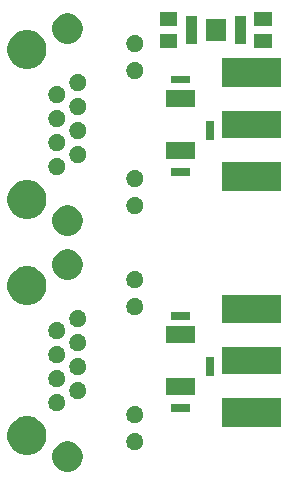
<source format=gts>
G04 #@! TF.GenerationSoftware,KiCad,Pcbnew,6.0.0-rc1-unknown-106eaaa~84~ubuntu18.04.1*
G04 #@! TF.CreationDate,2018-12-01T20:38:30+00:00*
G04 #@! TF.ProjectId,interposer,696e7465-7270-46f7-9365-722e6b696361,rev?*
G04 #@! TF.SameCoordinates,Original*
G04 #@! TF.FileFunction,Soldermask,Top*
G04 #@! TF.FilePolarity,Negative*
%FSLAX46Y46*%
G04 Gerber Fmt 4.6, Leading zero omitted, Abs format (unit mm)*
G04 Created by KiCad (PCBNEW 6.0.0-rc1-unknown-106eaaa~84~ubuntu18.04.1) date Sat 01 Dec 2018 20:38:30 GMT*
%MOMM*%
%LPD*%
G01*
G04 APERTURE LIST*
%ADD10C,0.100000*%
G04 APERTURE END LIST*
D10*
G36*
X103805277Y-126887573D02*
X104040045Y-126984817D01*
X104251330Y-127125993D01*
X104431007Y-127305670D01*
X104572183Y-127516955D01*
X104669427Y-127751723D01*
X104719000Y-128000945D01*
X104719000Y-128255055D01*
X104669427Y-128504277D01*
X104572183Y-128739045D01*
X104431007Y-128950330D01*
X104251330Y-129130007D01*
X104040045Y-129271183D01*
X103805277Y-129368427D01*
X103556055Y-129418000D01*
X103301945Y-129418000D01*
X103052723Y-129368427D01*
X102817955Y-129271183D01*
X102606670Y-129130007D01*
X102426993Y-128950330D01*
X102285817Y-128739045D01*
X102188573Y-128504277D01*
X102139000Y-128255055D01*
X102139000Y-128000945D01*
X102188573Y-127751723D01*
X102285817Y-127516955D01*
X102426993Y-127305670D01*
X102606670Y-127125993D01*
X102817955Y-126984817D01*
X103052723Y-126887573D01*
X103301945Y-126838000D01*
X103556055Y-126838000D01*
X103805277Y-126887573D01*
X103805277Y-126887573D01*
G37*
G36*
X100480001Y-124767639D02*
X100480003Y-124767640D01*
X100480004Y-124767640D01*
X100590631Y-124813463D01*
X100779485Y-124891689D01*
X101049012Y-125071781D01*
X101278219Y-125300988D01*
X101458311Y-125570515D01*
X101582361Y-125869999D01*
X101645600Y-126187921D01*
X101645600Y-126512079D01*
X101582361Y-126830001D01*
X101458311Y-127129485D01*
X101278219Y-127399012D01*
X101049012Y-127628219D01*
X100779485Y-127808311D01*
X100590631Y-127886537D01*
X100480004Y-127932360D01*
X100480003Y-127932360D01*
X100480001Y-127932361D01*
X100162079Y-127995600D01*
X99837921Y-127995600D01*
X99519999Y-127932361D01*
X99519997Y-127932360D01*
X99519996Y-127932360D01*
X99409369Y-127886537D01*
X99220515Y-127808311D01*
X98950988Y-127628219D01*
X98721781Y-127399012D01*
X98541689Y-127129485D01*
X98417639Y-126830001D01*
X98354400Y-126512079D01*
X98354400Y-126187921D01*
X98417639Y-125869999D01*
X98541689Y-125570515D01*
X98721781Y-125300988D01*
X98950988Y-125071781D01*
X99220515Y-124891689D01*
X99409369Y-124813463D01*
X99519996Y-124767640D01*
X99519997Y-124767640D01*
X99519999Y-124767639D01*
X99837921Y-124704400D01*
X100162079Y-124704400D01*
X100480001Y-124767639D01*
X100480001Y-124767639D01*
G37*
G36*
X109354015Y-126165668D02*
X109485049Y-126219944D01*
X109602975Y-126298740D01*
X109703260Y-126399025D01*
X109782056Y-126516951D01*
X109836332Y-126647985D01*
X109864000Y-126787085D01*
X109864000Y-126928915D01*
X109836332Y-127068015D01*
X109782056Y-127199049D01*
X109703260Y-127316975D01*
X109602975Y-127417260D01*
X109485049Y-127496056D01*
X109354015Y-127550332D01*
X109214915Y-127578000D01*
X109073085Y-127578000D01*
X108933985Y-127550332D01*
X108802951Y-127496056D01*
X108685025Y-127417260D01*
X108584740Y-127316975D01*
X108505944Y-127199049D01*
X108451668Y-127068015D01*
X108424000Y-126928915D01*
X108424000Y-126787085D01*
X108451668Y-126647985D01*
X108505944Y-126516951D01*
X108584740Y-126399025D01*
X108685025Y-126298740D01*
X108802951Y-126219944D01*
X108933985Y-126165668D01*
X109073085Y-126138000D01*
X109214915Y-126138000D01*
X109354015Y-126165668D01*
X109354015Y-126165668D01*
G37*
G36*
X121520000Y-125595000D02*
X116480000Y-125595000D01*
X116480000Y-123155000D01*
X121520000Y-123155000D01*
X121520000Y-125595000D01*
X121520000Y-125595000D01*
G37*
G36*
X109354015Y-123879668D02*
X109485049Y-123933944D01*
X109602975Y-124012740D01*
X109703260Y-124113025D01*
X109782056Y-124230951D01*
X109836332Y-124361985D01*
X109864000Y-124501085D01*
X109864000Y-124642915D01*
X109836332Y-124782015D01*
X109782056Y-124913049D01*
X109703260Y-125030975D01*
X109602975Y-125131260D01*
X109485049Y-125210056D01*
X109354015Y-125264332D01*
X109214915Y-125292000D01*
X109073085Y-125292000D01*
X108933985Y-125264332D01*
X108802951Y-125210056D01*
X108685025Y-125131260D01*
X108584740Y-125030975D01*
X108505944Y-124913049D01*
X108451668Y-124782015D01*
X108424000Y-124642915D01*
X108424000Y-124501085D01*
X108451668Y-124361985D01*
X108505944Y-124230951D01*
X108584740Y-124113025D01*
X108685025Y-124012740D01*
X108802951Y-123933944D01*
X108933985Y-123879668D01*
X109073085Y-123852000D01*
X109214915Y-123852000D01*
X109354015Y-123879668D01*
X109354015Y-123879668D01*
G37*
G36*
X113780000Y-124330000D02*
X112220000Y-124330000D01*
X112220000Y-123670000D01*
X113780000Y-123670000D01*
X113780000Y-124330000D01*
X113780000Y-124330000D01*
G37*
G36*
X102750015Y-122863668D02*
X102881049Y-122917944D01*
X102998975Y-122996740D01*
X103099260Y-123097025D01*
X103178056Y-123214951D01*
X103232332Y-123345985D01*
X103260000Y-123485085D01*
X103260000Y-123626915D01*
X103232332Y-123766015D01*
X103178056Y-123897049D01*
X103099260Y-124014975D01*
X102998975Y-124115260D01*
X102881049Y-124194056D01*
X102750015Y-124248332D01*
X102610915Y-124276000D01*
X102469085Y-124276000D01*
X102329985Y-124248332D01*
X102198951Y-124194056D01*
X102081025Y-124115260D01*
X101980740Y-124014975D01*
X101901944Y-123897049D01*
X101847668Y-123766015D01*
X101820000Y-123626915D01*
X101820000Y-123485085D01*
X101847668Y-123345985D01*
X101901944Y-123214951D01*
X101980740Y-123097025D01*
X102081025Y-122996740D01*
X102198951Y-122917944D01*
X102329985Y-122863668D01*
X102469085Y-122836000D01*
X102610915Y-122836000D01*
X102750015Y-122863668D01*
X102750015Y-122863668D01*
G37*
G36*
X104528015Y-121847668D02*
X104659049Y-121901944D01*
X104776975Y-121980740D01*
X104877260Y-122081025D01*
X104956056Y-122198951D01*
X105010332Y-122329985D01*
X105038000Y-122469085D01*
X105038000Y-122610915D01*
X105010332Y-122750015D01*
X104956056Y-122881049D01*
X104877260Y-122998975D01*
X104776975Y-123099260D01*
X104659049Y-123178056D01*
X104528015Y-123232332D01*
X104388915Y-123260000D01*
X104247085Y-123260000D01*
X104107985Y-123232332D01*
X103976951Y-123178056D01*
X103859025Y-123099260D01*
X103758740Y-122998975D01*
X103679944Y-122881049D01*
X103625668Y-122750015D01*
X103598000Y-122610915D01*
X103598000Y-122469085D01*
X103625668Y-122329985D01*
X103679944Y-122198951D01*
X103758740Y-122081025D01*
X103859025Y-121980740D01*
X103976951Y-121901944D01*
X104107985Y-121847668D01*
X104247085Y-121820000D01*
X104388915Y-121820000D01*
X104528015Y-121847668D01*
X104528015Y-121847668D01*
G37*
G36*
X114220000Y-122945000D02*
X111780000Y-122945000D01*
X111780000Y-121455000D01*
X114220000Y-121455000D01*
X114220000Y-122945000D01*
X114220000Y-122945000D01*
G37*
G36*
X102750015Y-120831668D02*
X102881049Y-120885944D01*
X102998975Y-120964740D01*
X103099260Y-121065025D01*
X103178056Y-121182951D01*
X103232332Y-121313985D01*
X103260000Y-121453085D01*
X103260000Y-121594915D01*
X103232332Y-121734015D01*
X103178056Y-121865049D01*
X103099260Y-121982975D01*
X102998975Y-122083260D01*
X102881049Y-122162056D01*
X102750015Y-122216332D01*
X102610915Y-122244000D01*
X102469085Y-122244000D01*
X102329985Y-122216332D01*
X102198951Y-122162056D01*
X102081025Y-122083260D01*
X101980740Y-121982975D01*
X101901944Y-121865049D01*
X101847668Y-121734015D01*
X101820000Y-121594915D01*
X101820000Y-121453085D01*
X101847668Y-121313985D01*
X101901944Y-121182951D01*
X101980740Y-121065025D01*
X102081025Y-120964740D01*
X102198951Y-120885944D01*
X102329985Y-120831668D01*
X102469085Y-120804000D01*
X102610915Y-120804000D01*
X102750015Y-120831668D01*
X102750015Y-120831668D01*
G37*
G36*
X115830000Y-121280000D02*
X115170000Y-121280000D01*
X115170000Y-119720000D01*
X115830000Y-119720000D01*
X115830000Y-121280000D01*
X115830000Y-121280000D01*
G37*
G36*
X104528015Y-119815668D02*
X104659049Y-119869944D01*
X104776975Y-119948740D01*
X104877260Y-120049025D01*
X104956056Y-120166951D01*
X105010332Y-120297985D01*
X105038000Y-120437085D01*
X105038000Y-120578915D01*
X105010332Y-120718015D01*
X104956056Y-120849049D01*
X104877260Y-120966975D01*
X104776975Y-121067260D01*
X104659049Y-121146056D01*
X104528015Y-121200332D01*
X104388915Y-121228000D01*
X104247085Y-121228000D01*
X104107985Y-121200332D01*
X103976951Y-121146056D01*
X103859025Y-121067260D01*
X103758740Y-120966975D01*
X103679944Y-120849049D01*
X103625668Y-120718015D01*
X103598000Y-120578915D01*
X103598000Y-120437085D01*
X103625668Y-120297985D01*
X103679944Y-120166951D01*
X103758740Y-120049025D01*
X103859025Y-119948740D01*
X103976951Y-119869944D01*
X104107985Y-119815668D01*
X104247085Y-119788000D01*
X104388915Y-119788000D01*
X104528015Y-119815668D01*
X104528015Y-119815668D01*
G37*
G36*
X121520000Y-121170000D02*
X116480000Y-121170000D01*
X116480000Y-118830000D01*
X121520000Y-118830000D01*
X121520000Y-121170000D01*
X121520000Y-121170000D01*
G37*
G36*
X102750015Y-118799668D02*
X102881049Y-118853944D01*
X102998975Y-118932740D01*
X103099260Y-119033025D01*
X103178056Y-119150951D01*
X103232332Y-119281985D01*
X103260000Y-119421085D01*
X103260000Y-119562915D01*
X103232332Y-119702015D01*
X103178056Y-119833049D01*
X103099260Y-119950975D01*
X102998975Y-120051260D01*
X102881049Y-120130056D01*
X102750015Y-120184332D01*
X102610915Y-120212000D01*
X102469085Y-120212000D01*
X102329985Y-120184332D01*
X102198951Y-120130056D01*
X102081025Y-120051260D01*
X101980740Y-119950975D01*
X101901944Y-119833049D01*
X101847668Y-119702015D01*
X101820000Y-119562915D01*
X101820000Y-119421085D01*
X101847668Y-119281985D01*
X101901944Y-119150951D01*
X101980740Y-119033025D01*
X102081025Y-118932740D01*
X102198951Y-118853944D01*
X102329985Y-118799668D01*
X102469085Y-118772000D01*
X102610915Y-118772000D01*
X102750015Y-118799668D01*
X102750015Y-118799668D01*
G37*
G36*
X104528015Y-117783668D02*
X104659049Y-117837944D01*
X104776975Y-117916740D01*
X104877260Y-118017025D01*
X104956056Y-118134951D01*
X105010332Y-118265985D01*
X105038000Y-118405085D01*
X105038000Y-118546915D01*
X105010332Y-118686015D01*
X104956056Y-118817049D01*
X104877260Y-118934975D01*
X104776975Y-119035260D01*
X104659049Y-119114056D01*
X104528015Y-119168332D01*
X104388915Y-119196000D01*
X104247085Y-119196000D01*
X104107985Y-119168332D01*
X103976951Y-119114056D01*
X103859025Y-119035260D01*
X103758740Y-118934975D01*
X103679944Y-118817049D01*
X103625668Y-118686015D01*
X103598000Y-118546915D01*
X103598000Y-118405085D01*
X103625668Y-118265985D01*
X103679944Y-118134951D01*
X103758740Y-118017025D01*
X103859025Y-117916740D01*
X103976951Y-117837944D01*
X104107985Y-117783668D01*
X104247085Y-117756000D01*
X104388915Y-117756000D01*
X104528015Y-117783668D01*
X104528015Y-117783668D01*
G37*
G36*
X114220000Y-118545000D02*
X111780000Y-118545000D01*
X111780000Y-117055000D01*
X114220000Y-117055000D01*
X114220000Y-118545000D01*
X114220000Y-118545000D01*
G37*
G36*
X102750015Y-116767668D02*
X102881049Y-116821944D01*
X102998975Y-116900740D01*
X103099260Y-117001025D01*
X103178056Y-117118951D01*
X103232332Y-117249985D01*
X103260000Y-117389085D01*
X103260000Y-117530915D01*
X103232332Y-117670015D01*
X103178056Y-117801049D01*
X103099260Y-117918975D01*
X102998975Y-118019260D01*
X102881049Y-118098056D01*
X102750015Y-118152332D01*
X102610915Y-118180000D01*
X102469085Y-118180000D01*
X102329985Y-118152332D01*
X102198951Y-118098056D01*
X102081025Y-118019260D01*
X101980740Y-117918975D01*
X101901944Y-117801049D01*
X101847668Y-117670015D01*
X101820000Y-117530915D01*
X101820000Y-117389085D01*
X101847668Y-117249985D01*
X101901944Y-117118951D01*
X101980740Y-117001025D01*
X102081025Y-116900740D01*
X102198951Y-116821944D01*
X102329985Y-116767668D01*
X102469085Y-116740000D01*
X102610915Y-116740000D01*
X102750015Y-116767668D01*
X102750015Y-116767668D01*
G37*
G36*
X104528015Y-115751668D02*
X104659049Y-115805944D01*
X104776975Y-115884740D01*
X104877260Y-115985025D01*
X104956056Y-116102951D01*
X105010332Y-116233985D01*
X105038000Y-116373085D01*
X105038000Y-116514915D01*
X105010332Y-116654015D01*
X104956056Y-116785049D01*
X104877260Y-116902975D01*
X104776975Y-117003260D01*
X104659049Y-117082056D01*
X104528015Y-117136332D01*
X104388915Y-117164000D01*
X104247085Y-117164000D01*
X104107985Y-117136332D01*
X103976951Y-117082056D01*
X103859025Y-117003260D01*
X103758740Y-116902975D01*
X103679944Y-116785049D01*
X103625668Y-116654015D01*
X103598000Y-116514915D01*
X103598000Y-116373085D01*
X103625668Y-116233985D01*
X103679944Y-116102951D01*
X103758740Y-115985025D01*
X103859025Y-115884740D01*
X103976951Y-115805944D01*
X104107985Y-115751668D01*
X104247085Y-115724000D01*
X104388915Y-115724000D01*
X104528015Y-115751668D01*
X104528015Y-115751668D01*
G37*
G36*
X121520000Y-116845000D02*
X116480000Y-116845000D01*
X116480000Y-114405000D01*
X121520000Y-114405000D01*
X121520000Y-116845000D01*
X121520000Y-116845000D01*
G37*
G36*
X113780000Y-116530000D02*
X112220000Y-116530000D01*
X112220000Y-115870000D01*
X113780000Y-115870000D01*
X113780000Y-116530000D01*
X113780000Y-116530000D01*
G37*
G36*
X109354015Y-114735668D02*
X109485049Y-114789944D01*
X109602975Y-114868740D01*
X109703260Y-114969025D01*
X109782056Y-115086951D01*
X109836332Y-115217985D01*
X109864000Y-115357085D01*
X109864000Y-115498915D01*
X109836332Y-115638015D01*
X109782056Y-115769049D01*
X109703260Y-115886975D01*
X109602975Y-115987260D01*
X109485049Y-116066056D01*
X109354015Y-116120332D01*
X109214915Y-116148000D01*
X109073085Y-116148000D01*
X108933985Y-116120332D01*
X108802951Y-116066056D01*
X108685025Y-115987260D01*
X108584740Y-115886975D01*
X108505944Y-115769049D01*
X108451668Y-115638015D01*
X108424000Y-115498915D01*
X108424000Y-115357085D01*
X108451668Y-115217985D01*
X108505944Y-115086951D01*
X108584740Y-114969025D01*
X108685025Y-114868740D01*
X108802951Y-114789944D01*
X108933985Y-114735668D01*
X109073085Y-114708000D01*
X109214915Y-114708000D01*
X109354015Y-114735668D01*
X109354015Y-114735668D01*
G37*
G36*
X100480001Y-112067639D02*
X100480003Y-112067640D01*
X100480004Y-112067640D01*
X100590631Y-112113463D01*
X100779485Y-112191689D01*
X101049012Y-112371781D01*
X101278219Y-112600988D01*
X101458311Y-112870515D01*
X101582361Y-113169999D01*
X101645600Y-113487921D01*
X101645600Y-113812079D01*
X101582361Y-114130001D01*
X101458311Y-114429485D01*
X101278219Y-114699012D01*
X101049012Y-114928219D01*
X100779485Y-115108311D01*
X100590631Y-115186537D01*
X100480004Y-115232360D01*
X100480003Y-115232360D01*
X100480001Y-115232361D01*
X100162079Y-115295600D01*
X99837921Y-115295600D01*
X99519999Y-115232361D01*
X99519997Y-115232360D01*
X99519996Y-115232360D01*
X99409369Y-115186537D01*
X99220515Y-115108311D01*
X98950988Y-114928219D01*
X98721781Y-114699012D01*
X98541689Y-114429485D01*
X98417639Y-114130001D01*
X98354400Y-113812079D01*
X98354400Y-113487921D01*
X98417639Y-113169999D01*
X98541689Y-112870515D01*
X98721781Y-112600988D01*
X98950988Y-112371781D01*
X99220515Y-112191689D01*
X99409369Y-112113463D01*
X99519996Y-112067640D01*
X99519997Y-112067640D01*
X99519999Y-112067639D01*
X99837921Y-112004400D01*
X100162079Y-112004400D01*
X100480001Y-112067639D01*
X100480001Y-112067639D01*
G37*
G36*
X109354015Y-112449668D02*
X109485049Y-112503944D01*
X109602975Y-112582740D01*
X109703260Y-112683025D01*
X109782056Y-112800951D01*
X109836332Y-112931985D01*
X109864000Y-113071085D01*
X109864000Y-113212915D01*
X109836332Y-113352015D01*
X109782056Y-113483049D01*
X109703260Y-113600975D01*
X109602975Y-113701260D01*
X109485049Y-113780056D01*
X109354015Y-113834332D01*
X109214915Y-113862000D01*
X109073085Y-113862000D01*
X108933985Y-113834332D01*
X108802951Y-113780056D01*
X108685025Y-113701260D01*
X108584740Y-113600975D01*
X108505944Y-113483049D01*
X108451668Y-113352015D01*
X108424000Y-113212915D01*
X108424000Y-113071085D01*
X108451668Y-112931985D01*
X108505944Y-112800951D01*
X108584740Y-112683025D01*
X108685025Y-112582740D01*
X108802951Y-112503944D01*
X108933985Y-112449668D01*
X109073085Y-112422000D01*
X109214915Y-112422000D01*
X109354015Y-112449668D01*
X109354015Y-112449668D01*
G37*
G36*
X103805277Y-110631573D02*
X104040045Y-110728817D01*
X104251330Y-110869993D01*
X104431007Y-111049670D01*
X104572183Y-111260955D01*
X104669427Y-111495723D01*
X104719000Y-111744945D01*
X104719000Y-111999055D01*
X104669427Y-112248277D01*
X104572183Y-112483045D01*
X104431007Y-112694330D01*
X104251330Y-112874007D01*
X104040045Y-113015183D01*
X103805277Y-113112427D01*
X103556055Y-113162000D01*
X103301945Y-113162000D01*
X103052723Y-113112427D01*
X102817955Y-113015183D01*
X102606670Y-112874007D01*
X102426993Y-112694330D01*
X102285817Y-112483045D01*
X102188573Y-112248277D01*
X102139000Y-111999055D01*
X102139000Y-111744945D01*
X102188573Y-111495723D01*
X102285817Y-111260955D01*
X102426993Y-111049670D01*
X102606670Y-110869993D01*
X102817955Y-110728817D01*
X103052723Y-110631573D01*
X103301945Y-110582000D01*
X103556055Y-110582000D01*
X103805277Y-110631573D01*
X103805277Y-110631573D01*
G37*
G36*
X103805277Y-106887573D02*
X104040045Y-106984817D01*
X104251330Y-107125993D01*
X104431007Y-107305670D01*
X104572183Y-107516955D01*
X104669427Y-107751723D01*
X104719000Y-108000945D01*
X104719000Y-108255055D01*
X104669427Y-108504277D01*
X104572183Y-108739045D01*
X104431007Y-108950330D01*
X104251330Y-109130007D01*
X104040045Y-109271183D01*
X103805277Y-109368427D01*
X103556055Y-109418000D01*
X103301945Y-109418000D01*
X103052723Y-109368427D01*
X102817955Y-109271183D01*
X102606670Y-109130007D01*
X102426993Y-108950330D01*
X102285817Y-108739045D01*
X102188573Y-108504277D01*
X102139000Y-108255055D01*
X102139000Y-108000945D01*
X102188573Y-107751723D01*
X102285817Y-107516955D01*
X102426993Y-107305670D01*
X102606670Y-107125993D01*
X102817955Y-106984817D01*
X103052723Y-106887573D01*
X103301945Y-106838000D01*
X103556055Y-106838000D01*
X103805277Y-106887573D01*
X103805277Y-106887573D01*
G37*
G36*
X100480001Y-104767639D02*
X100480003Y-104767640D01*
X100480004Y-104767640D01*
X100590631Y-104813463D01*
X100779485Y-104891689D01*
X101049012Y-105071781D01*
X101278219Y-105300988D01*
X101458311Y-105570515D01*
X101582361Y-105869999D01*
X101645600Y-106187921D01*
X101645600Y-106512079D01*
X101582361Y-106830001D01*
X101458311Y-107129485D01*
X101278219Y-107399012D01*
X101049012Y-107628219D01*
X100779485Y-107808311D01*
X100590631Y-107886537D01*
X100480004Y-107932360D01*
X100480003Y-107932360D01*
X100480001Y-107932361D01*
X100162079Y-107995600D01*
X99837921Y-107995600D01*
X99519999Y-107932361D01*
X99519997Y-107932360D01*
X99519996Y-107932360D01*
X99409369Y-107886537D01*
X99220515Y-107808311D01*
X98950988Y-107628219D01*
X98721781Y-107399012D01*
X98541689Y-107129485D01*
X98417639Y-106830001D01*
X98354400Y-106512079D01*
X98354400Y-106187921D01*
X98417639Y-105869999D01*
X98541689Y-105570515D01*
X98721781Y-105300988D01*
X98950988Y-105071781D01*
X99220515Y-104891689D01*
X99409369Y-104813463D01*
X99519996Y-104767640D01*
X99519997Y-104767640D01*
X99519999Y-104767639D01*
X99837921Y-104704400D01*
X100162079Y-104704400D01*
X100480001Y-104767639D01*
X100480001Y-104767639D01*
G37*
G36*
X109354015Y-106165668D02*
X109485049Y-106219944D01*
X109602975Y-106298740D01*
X109703260Y-106399025D01*
X109782056Y-106516951D01*
X109836332Y-106647985D01*
X109864000Y-106787085D01*
X109864000Y-106928915D01*
X109836332Y-107068015D01*
X109782056Y-107199049D01*
X109703260Y-107316975D01*
X109602975Y-107417260D01*
X109485049Y-107496056D01*
X109354015Y-107550332D01*
X109214915Y-107578000D01*
X109073085Y-107578000D01*
X108933985Y-107550332D01*
X108802951Y-107496056D01*
X108685025Y-107417260D01*
X108584740Y-107316975D01*
X108505944Y-107199049D01*
X108451668Y-107068015D01*
X108424000Y-106928915D01*
X108424000Y-106787085D01*
X108451668Y-106647985D01*
X108505944Y-106516951D01*
X108584740Y-106399025D01*
X108685025Y-106298740D01*
X108802951Y-106219944D01*
X108933985Y-106165668D01*
X109073085Y-106138000D01*
X109214915Y-106138000D01*
X109354015Y-106165668D01*
X109354015Y-106165668D01*
G37*
G36*
X121520000Y-105595000D02*
X116480000Y-105595000D01*
X116480000Y-103155000D01*
X121520000Y-103155000D01*
X121520000Y-105595000D01*
X121520000Y-105595000D01*
G37*
G36*
X109354015Y-103879668D02*
X109485049Y-103933944D01*
X109602975Y-104012740D01*
X109703260Y-104113025D01*
X109782056Y-104230951D01*
X109836332Y-104361985D01*
X109864000Y-104501085D01*
X109864000Y-104642915D01*
X109836332Y-104782015D01*
X109782056Y-104913049D01*
X109703260Y-105030975D01*
X109602975Y-105131260D01*
X109485049Y-105210056D01*
X109354015Y-105264332D01*
X109214915Y-105292000D01*
X109073085Y-105292000D01*
X108933985Y-105264332D01*
X108802951Y-105210056D01*
X108685025Y-105131260D01*
X108584740Y-105030975D01*
X108505944Y-104913049D01*
X108451668Y-104782015D01*
X108424000Y-104642915D01*
X108424000Y-104501085D01*
X108451668Y-104361985D01*
X108505944Y-104230951D01*
X108584740Y-104113025D01*
X108685025Y-104012740D01*
X108802951Y-103933944D01*
X108933985Y-103879668D01*
X109073085Y-103852000D01*
X109214915Y-103852000D01*
X109354015Y-103879668D01*
X109354015Y-103879668D01*
G37*
G36*
X113780000Y-104330000D02*
X112220000Y-104330000D01*
X112220000Y-103670000D01*
X113780000Y-103670000D01*
X113780000Y-104330000D01*
X113780000Y-104330000D01*
G37*
G36*
X102750015Y-102863668D02*
X102881049Y-102917944D01*
X102998975Y-102996740D01*
X103099260Y-103097025D01*
X103178056Y-103214951D01*
X103232332Y-103345985D01*
X103260000Y-103485085D01*
X103260000Y-103626915D01*
X103232332Y-103766015D01*
X103178056Y-103897049D01*
X103099260Y-104014975D01*
X102998975Y-104115260D01*
X102881049Y-104194056D01*
X102750015Y-104248332D01*
X102610915Y-104276000D01*
X102469085Y-104276000D01*
X102329985Y-104248332D01*
X102198951Y-104194056D01*
X102081025Y-104115260D01*
X101980740Y-104014975D01*
X101901944Y-103897049D01*
X101847668Y-103766015D01*
X101820000Y-103626915D01*
X101820000Y-103485085D01*
X101847668Y-103345985D01*
X101901944Y-103214951D01*
X101980740Y-103097025D01*
X102081025Y-102996740D01*
X102198951Y-102917944D01*
X102329985Y-102863668D01*
X102469085Y-102836000D01*
X102610915Y-102836000D01*
X102750015Y-102863668D01*
X102750015Y-102863668D01*
G37*
G36*
X104528015Y-101847668D02*
X104659049Y-101901944D01*
X104776975Y-101980740D01*
X104877260Y-102081025D01*
X104956056Y-102198951D01*
X105010332Y-102329985D01*
X105038000Y-102469085D01*
X105038000Y-102610915D01*
X105010332Y-102750015D01*
X104956056Y-102881049D01*
X104877260Y-102998975D01*
X104776975Y-103099260D01*
X104659049Y-103178056D01*
X104528015Y-103232332D01*
X104388915Y-103260000D01*
X104247085Y-103260000D01*
X104107985Y-103232332D01*
X103976951Y-103178056D01*
X103859025Y-103099260D01*
X103758740Y-102998975D01*
X103679944Y-102881049D01*
X103625668Y-102750015D01*
X103598000Y-102610915D01*
X103598000Y-102469085D01*
X103625668Y-102329985D01*
X103679944Y-102198951D01*
X103758740Y-102081025D01*
X103859025Y-101980740D01*
X103976951Y-101901944D01*
X104107985Y-101847668D01*
X104247085Y-101820000D01*
X104388915Y-101820000D01*
X104528015Y-101847668D01*
X104528015Y-101847668D01*
G37*
G36*
X114220000Y-102945000D02*
X111780000Y-102945000D01*
X111780000Y-101455000D01*
X114220000Y-101455000D01*
X114220000Y-102945000D01*
X114220000Y-102945000D01*
G37*
G36*
X102750015Y-100831668D02*
X102881049Y-100885944D01*
X102998975Y-100964740D01*
X103099260Y-101065025D01*
X103178056Y-101182951D01*
X103232332Y-101313985D01*
X103260000Y-101453085D01*
X103260000Y-101594915D01*
X103232332Y-101734015D01*
X103178056Y-101865049D01*
X103099260Y-101982975D01*
X102998975Y-102083260D01*
X102881049Y-102162056D01*
X102750015Y-102216332D01*
X102610915Y-102244000D01*
X102469085Y-102244000D01*
X102329985Y-102216332D01*
X102198951Y-102162056D01*
X102081025Y-102083260D01*
X101980740Y-101982975D01*
X101901944Y-101865049D01*
X101847668Y-101734015D01*
X101820000Y-101594915D01*
X101820000Y-101453085D01*
X101847668Y-101313985D01*
X101901944Y-101182951D01*
X101980740Y-101065025D01*
X102081025Y-100964740D01*
X102198951Y-100885944D01*
X102329985Y-100831668D01*
X102469085Y-100804000D01*
X102610915Y-100804000D01*
X102750015Y-100831668D01*
X102750015Y-100831668D01*
G37*
G36*
X115830000Y-101280000D02*
X115170000Y-101280000D01*
X115170000Y-99720000D01*
X115830000Y-99720000D01*
X115830000Y-101280000D01*
X115830000Y-101280000D01*
G37*
G36*
X104528015Y-99815668D02*
X104659049Y-99869944D01*
X104776975Y-99948740D01*
X104877260Y-100049025D01*
X104956056Y-100166951D01*
X105010332Y-100297985D01*
X105038000Y-100437085D01*
X105038000Y-100578915D01*
X105010332Y-100718015D01*
X104956056Y-100849049D01*
X104877260Y-100966975D01*
X104776975Y-101067260D01*
X104659049Y-101146056D01*
X104528015Y-101200332D01*
X104388915Y-101228000D01*
X104247085Y-101228000D01*
X104107985Y-101200332D01*
X103976951Y-101146056D01*
X103859025Y-101067260D01*
X103758740Y-100966975D01*
X103679944Y-100849049D01*
X103625668Y-100718015D01*
X103598000Y-100578915D01*
X103598000Y-100437085D01*
X103625668Y-100297985D01*
X103679944Y-100166951D01*
X103758740Y-100049025D01*
X103859025Y-99948740D01*
X103976951Y-99869944D01*
X104107985Y-99815668D01*
X104247085Y-99788000D01*
X104388915Y-99788000D01*
X104528015Y-99815668D01*
X104528015Y-99815668D01*
G37*
G36*
X121520000Y-101170000D02*
X116480000Y-101170000D01*
X116480000Y-98830000D01*
X121520000Y-98830000D01*
X121520000Y-101170000D01*
X121520000Y-101170000D01*
G37*
G36*
X102750015Y-98799668D02*
X102881049Y-98853944D01*
X102998975Y-98932740D01*
X103099260Y-99033025D01*
X103178056Y-99150951D01*
X103232332Y-99281985D01*
X103260000Y-99421085D01*
X103260000Y-99562915D01*
X103232332Y-99702015D01*
X103178056Y-99833049D01*
X103099260Y-99950975D01*
X102998975Y-100051260D01*
X102881049Y-100130056D01*
X102750015Y-100184332D01*
X102610915Y-100212000D01*
X102469085Y-100212000D01*
X102329985Y-100184332D01*
X102198951Y-100130056D01*
X102081025Y-100051260D01*
X101980740Y-99950975D01*
X101901944Y-99833049D01*
X101847668Y-99702015D01*
X101820000Y-99562915D01*
X101820000Y-99421085D01*
X101847668Y-99281985D01*
X101901944Y-99150951D01*
X101980740Y-99033025D01*
X102081025Y-98932740D01*
X102198951Y-98853944D01*
X102329985Y-98799668D01*
X102469085Y-98772000D01*
X102610915Y-98772000D01*
X102750015Y-98799668D01*
X102750015Y-98799668D01*
G37*
G36*
X104528015Y-97783668D02*
X104659049Y-97837944D01*
X104776975Y-97916740D01*
X104877260Y-98017025D01*
X104956056Y-98134951D01*
X105010332Y-98265985D01*
X105038000Y-98405085D01*
X105038000Y-98546915D01*
X105010332Y-98686015D01*
X104956056Y-98817049D01*
X104877260Y-98934975D01*
X104776975Y-99035260D01*
X104659049Y-99114056D01*
X104528015Y-99168332D01*
X104388915Y-99196000D01*
X104247085Y-99196000D01*
X104107985Y-99168332D01*
X103976951Y-99114056D01*
X103859025Y-99035260D01*
X103758740Y-98934975D01*
X103679944Y-98817049D01*
X103625668Y-98686015D01*
X103598000Y-98546915D01*
X103598000Y-98405085D01*
X103625668Y-98265985D01*
X103679944Y-98134951D01*
X103758740Y-98017025D01*
X103859025Y-97916740D01*
X103976951Y-97837944D01*
X104107985Y-97783668D01*
X104247085Y-97756000D01*
X104388915Y-97756000D01*
X104528015Y-97783668D01*
X104528015Y-97783668D01*
G37*
G36*
X114220000Y-98545000D02*
X111780000Y-98545000D01*
X111780000Y-97055000D01*
X114220000Y-97055000D01*
X114220000Y-98545000D01*
X114220000Y-98545000D01*
G37*
G36*
X102750015Y-96767668D02*
X102881049Y-96821944D01*
X102998975Y-96900740D01*
X103099260Y-97001025D01*
X103178056Y-97118951D01*
X103232332Y-97249985D01*
X103260000Y-97389085D01*
X103260000Y-97530915D01*
X103232332Y-97670015D01*
X103178056Y-97801049D01*
X103099260Y-97918975D01*
X102998975Y-98019260D01*
X102881049Y-98098056D01*
X102750015Y-98152332D01*
X102610915Y-98180000D01*
X102469085Y-98180000D01*
X102329985Y-98152332D01*
X102198951Y-98098056D01*
X102081025Y-98019260D01*
X101980740Y-97918975D01*
X101901944Y-97801049D01*
X101847668Y-97670015D01*
X101820000Y-97530915D01*
X101820000Y-97389085D01*
X101847668Y-97249985D01*
X101901944Y-97118951D01*
X101980740Y-97001025D01*
X102081025Y-96900740D01*
X102198951Y-96821944D01*
X102329985Y-96767668D01*
X102469085Y-96740000D01*
X102610915Y-96740000D01*
X102750015Y-96767668D01*
X102750015Y-96767668D01*
G37*
G36*
X104528015Y-95751668D02*
X104659049Y-95805944D01*
X104776975Y-95884740D01*
X104877260Y-95985025D01*
X104956056Y-96102951D01*
X105010332Y-96233985D01*
X105038000Y-96373085D01*
X105038000Y-96514915D01*
X105010332Y-96654015D01*
X104956056Y-96785049D01*
X104877260Y-96902975D01*
X104776975Y-97003260D01*
X104659049Y-97082056D01*
X104528015Y-97136332D01*
X104388915Y-97164000D01*
X104247085Y-97164000D01*
X104107985Y-97136332D01*
X103976951Y-97082056D01*
X103859025Y-97003260D01*
X103758740Y-96902975D01*
X103679944Y-96785049D01*
X103625668Y-96654015D01*
X103598000Y-96514915D01*
X103598000Y-96373085D01*
X103625668Y-96233985D01*
X103679944Y-96102951D01*
X103758740Y-95985025D01*
X103859025Y-95884740D01*
X103976951Y-95805944D01*
X104107985Y-95751668D01*
X104247085Y-95724000D01*
X104388915Y-95724000D01*
X104528015Y-95751668D01*
X104528015Y-95751668D01*
G37*
G36*
X121520000Y-96845000D02*
X116480000Y-96845000D01*
X116480000Y-94405000D01*
X121520000Y-94405000D01*
X121520000Y-96845000D01*
X121520000Y-96845000D01*
G37*
G36*
X113780000Y-96530000D02*
X112220000Y-96530000D01*
X112220000Y-95870000D01*
X113780000Y-95870000D01*
X113780000Y-96530000D01*
X113780000Y-96530000D01*
G37*
G36*
X109354015Y-94735668D02*
X109485049Y-94789944D01*
X109602975Y-94868740D01*
X109703260Y-94969025D01*
X109782056Y-95086951D01*
X109836332Y-95217985D01*
X109864000Y-95357085D01*
X109864000Y-95498915D01*
X109836332Y-95638015D01*
X109782056Y-95769049D01*
X109703260Y-95886975D01*
X109602975Y-95987260D01*
X109485049Y-96066056D01*
X109354015Y-96120332D01*
X109214915Y-96148000D01*
X109073085Y-96148000D01*
X108933985Y-96120332D01*
X108802951Y-96066056D01*
X108685025Y-95987260D01*
X108584740Y-95886975D01*
X108505944Y-95769049D01*
X108451668Y-95638015D01*
X108424000Y-95498915D01*
X108424000Y-95357085D01*
X108451668Y-95217985D01*
X108505944Y-95086951D01*
X108584740Y-94969025D01*
X108685025Y-94868740D01*
X108802951Y-94789944D01*
X108933985Y-94735668D01*
X109073085Y-94708000D01*
X109214915Y-94708000D01*
X109354015Y-94735668D01*
X109354015Y-94735668D01*
G37*
G36*
X100480001Y-92067639D02*
X100480003Y-92067640D01*
X100480004Y-92067640D01*
X100590631Y-92113463D01*
X100779485Y-92191689D01*
X101049012Y-92371781D01*
X101278219Y-92600988D01*
X101458311Y-92870515D01*
X101582361Y-93169999D01*
X101645600Y-93487921D01*
X101645600Y-93812079D01*
X101582361Y-94130001D01*
X101458311Y-94429485D01*
X101278219Y-94699012D01*
X101049012Y-94928219D01*
X100779485Y-95108311D01*
X100590631Y-95186537D01*
X100480004Y-95232360D01*
X100480003Y-95232360D01*
X100480001Y-95232361D01*
X100162079Y-95295600D01*
X99837921Y-95295600D01*
X99519999Y-95232361D01*
X99519997Y-95232360D01*
X99519996Y-95232360D01*
X99409369Y-95186537D01*
X99220515Y-95108311D01*
X98950988Y-94928219D01*
X98721781Y-94699012D01*
X98541689Y-94429485D01*
X98417639Y-94130001D01*
X98354400Y-93812079D01*
X98354400Y-93487921D01*
X98417639Y-93169999D01*
X98541689Y-92870515D01*
X98721781Y-92600988D01*
X98950988Y-92371781D01*
X99220515Y-92191689D01*
X99409369Y-92113463D01*
X99519996Y-92067640D01*
X99519997Y-92067640D01*
X99519999Y-92067639D01*
X99837921Y-92004400D01*
X100162079Y-92004400D01*
X100480001Y-92067639D01*
X100480001Y-92067639D01*
G37*
G36*
X109354015Y-92449668D02*
X109485049Y-92503944D01*
X109602975Y-92582740D01*
X109703260Y-92683025D01*
X109782056Y-92800951D01*
X109836332Y-92931985D01*
X109864000Y-93071085D01*
X109864000Y-93212915D01*
X109836332Y-93352015D01*
X109782056Y-93483049D01*
X109703260Y-93600975D01*
X109602975Y-93701260D01*
X109485049Y-93780056D01*
X109354015Y-93834332D01*
X109214915Y-93862000D01*
X109073085Y-93862000D01*
X108933985Y-93834332D01*
X108802951Y-93780056D01*
X108685025Y-93701260D01*
X108584740Y-93600975D01*
X108505944Y-93483049D01*
X108451668Y-93352015D01*
X108424000Y-93212915D01*
X108424000Y-93071085D01*
X108451668Y-92931985D01*
X108505944Y-92800951D01*
X108584740Y-92683025D01*
X108685025Y-92582740D01*
X108802951Y-92503944D01*
X108933985Y-92449668D01*
X109073085Y-92422000D01*
X109214915Y-92422000D01*
X109354015Y-92449668D01*
X109354015Y-92449668D01*
G37*
G36*
X112745000Y-93495000D02*
X111255000Y-93495000D01*
X111255000Y-92305000D01*
X112745000Y-92305000D01*
X112745000Y-93495000D01*
X112745000Y-93495000D01*
G37*
G36*
X120745000Y-93495000D02*
X119255000Y-93495000D01*
X119255000Y-92305000D01*
X120745000Y-92305000D01*
X120745000Y-93495000D01*
X120745000Y-93495000D01*
G37*
G36*
X118570000Y-93205000D02*
X117640000Y-93205000D01*
X117640000Y-90795000D01*
X118570000Y-90795000D01*
X118570000Y-93205000D01*
X118570000Y-93205000D01*
G37*
G36*
X114360000Y-93205000D02*
X113430000Y-93205000D01*
X113430000Y-90795000D01*
X114360000Y-90795000D01*
X114360000Y-93205000D01*
X114360000Y-93205000D01*
G37*
G36*
X103805277Y-90631573D02*
X104040045Y-90728817D01*
X104251330Y-90869993D01*
X104431007Y-91049670D01*
X104572183Y-91260955D01*
X104669427Y-91495723D01*
X104719000Y-91744945D01*
X104719000Y-91999055D01*
X104669427Y-92248277D01*
X104572183Y-92483045D01*
X104431007Y-92694330D01*
X104251330Y-92874007D01*
X104040045Y-93015183D01*
X103805277Y-93112427D01*
X103556055Y-93162000D01*
X103301945Y-93162000D01*
X103052723Y-93112427D01*
X102817955Y-93015183D01*
X102606670Y-92874007D01*
X102426993Y-92694330D01*
X102285817Y-92483045D01*
X102188573Y-92248277D01*
X102139000Y-91999055D01*
X102139000Y-91744945D01*
X102188573Y-91495723D01*
X102285817Y-91260955D01*
X102426993Y-91049670D01*
X102606670Y-90869993D01*
X102817955Y-90728817D01*
X103052723Y-90631573D01*
X103301945Y-90582000D01*
X103556055Y-90582000D01*
X103805277Y-90631573D01*
X103805277Y-90631573D01*
G37*
G36*
X116860000Y-92960000D02*
X115140000Y-92960000D01*
X115140000Y-91040000D01*
X116860000Y-91040000D01*
X116860000Y-92960000D01*
X116860000Y-92960000D01*
G37*
G36*
X120745000Y-91695000D02*
X119255000Y-91695000D01*
X119255000Y-90505000D01*
X120745000Y-90505000D01*
X120745000Y-91695000D01*
X120745000Y-91695000D01*
G37*
G36*
X112745000Y-91695000D02*
X111255000Y-91695000D01*
X111255000Y-90505000D01*
X112745000Y-90505000D01*
X112745000Y-91695000D01*
X112745000Y-91695000D01*
G37*
M02*

</source>
